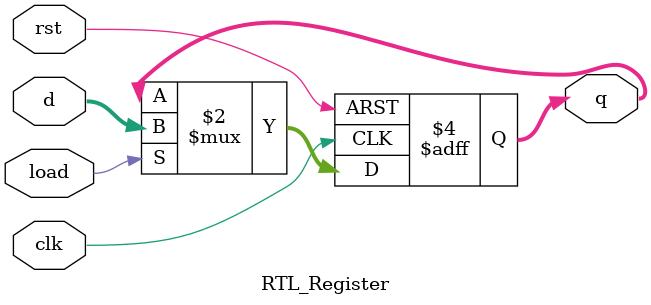
<source format=v>
module RTL_Register #(
	parameter data_width = 8
)
(
	input wire clk,load,rst,
	input wire [data_width-1:0] d,
	output reg [data_width-1:0] q
);
	always @(posedge clk or posedge rst) begin
		if (rst) q <= 0;
		else if (load) q <= d;
	end
endmodule

</source>
